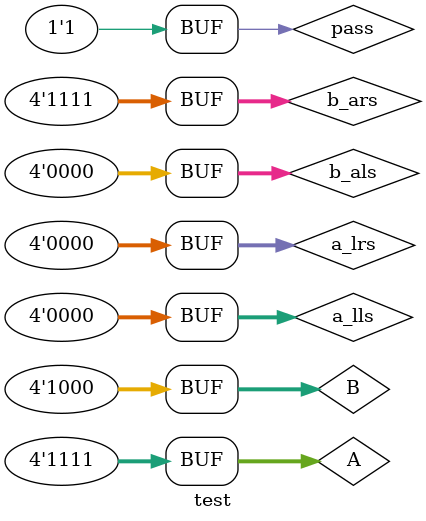
<source format=v>
`timescale 1ns/1ns

module test;

reg pass = 1;

reg [3 : 0] A = 4'hf;
wire [3 : 0] a_lls, a_lrs;

reg signed [3 : 0] B = 7;
wire signed [3 : 0] b_als, b_ars;

assign a_lls = A<<4;
assign a_lrs = A>>4;
assign b_als = B<<<4;
assign b_ars = B>>>4;

initial begin
	#1;
	if (a_lls !== 4'b0) begin
		$display("FAILED assigning logical left shift");
		pass = 0;
	end
	if (a_lrs !== 4'b0) begin
		$display("FAILED assigning logical right shift");
		pass = 0;
	end
	if (b_als !== 4'b0) begin
		$display("FAILED assigning arithmetic left shift");
		pass = 0;
	end
	if (b_ars !== 4'h0) begin
		$display("FAILED assigning arithmetic right shift (0)");
		pass = 0;
	end
	#1 B = -8;
	#1;
	if (b_ars !== 4'hf) begin
		$display("FAILED assigning arithmetic right shift (1)");
		pass = 0;
	end

	if (pass) $display("PASSED");
end

endmodule // test

</source>
